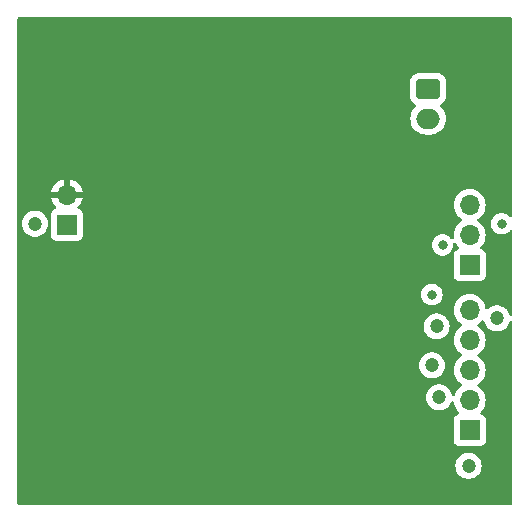
<source format=gbr>
%TF.GenerationSoftware,KiCad,Pcbnew,(7.0.0)*%
%TF.CreationDate,2023-05-12T13:31:25+02:00*%
%TF.ProjectId,funk-transmitter-final,66756e6b-2d74-4726-916e-736d69747465,rev?*%
%TF.SameCoordinates,Original*%
%TF.FileFunction,Copper,L3,Inr*%
%TF.FilePolarity,Positive*%
%FSLAX46Y46*%
G04 Gerber Fmt 4.6, Leading zero omitted, Abs format (unit mm)*
G04 Created by KiCad (PCBNEW (7.0.0)) date 2023-05-12 13:31:25*
%MOMM*%
%LPD*%
G01*
G04 APERTURE LIST*
G04 Aperture macros list*
%AMRoundRect*
0 Rectangle with rounded corners*
0 $1 Rounding radius*
0 $2 $3 $4 $5 $6 $7 $8 $9 X,Y pos of 4 corners*
0 Add a 4 corners polygon primitive as box body*
4,1,4,$2,$3,$4,$5,$6,$7,$8,$9,$2,$3,0*
0 Add four circle primitives for the rounded corners*
1,1,$1+$1,$2,$3*
1,1,$1+$1,$4,$5*
1,1,$1+$1,$6,$7*
1,1,$1+$1,$8,$9*
0 Add four rect primitives between the rounded corners*
20,1,$1+$1,$2,$3,$4,$5,0*
20,1,$1+$1,$4,$5,$6,$7,0*
20,1,$1+$1,$6,$7,$8,$9,0*
20,1,$1+$1,$8,$9,$2,$3,0*%
G04 Aperture macros list end*
%TA.AperFunction,ComponentPad*%
%ADD10RoundRect,0.250000X-0.750000X0.600000X-0.750000X-0.600000X0.750000X-0.600000X0.750000X0.600000X0*%
%TD*%
%TA.AperFunction,ComponentPad*%
%ADD11O,2.000000X1.700000*%
%TD*%
%TA.AperFunction,ComponentPad*%
%ADD12R,1.700000X1.700000*%
%TD*%
%TA.AperFunction,ComponentPad*%
%ADD13O,1.700000X1.700000*%
%TD*%
%TA.AperFunction,ViaPad*%
%ADD14C,1.200000*%
%TD*%
%TA.AperFunction,ViaPad*%
%ADD15C,0.800000*%
%TD*%
G04 APERTURE END LIST*
D10*
%TO.N,N/C*%
%TO.C,J2*%
X161475000Y-87000000D03*
D11*
X161474999Y-89499999D03*
%TD*%
D12*
%TO.N,/ESP_5V*%
%TO.C,J1*%
X130899999Y-98474999D03*
D13*
%TO.N,GND*%
X130899999Y-95934999D03*
%TD*%
D12*
%TO.N,/SDN*%
%TO.C,J4*%
X164999999Y-115879999D03*
D13*
%TO.N,/SCLK*%
X164999999Y-113339999D03*
%TO.N,/SDI*%
X164999999Y-110799999D03*
%TO.N,/SDO*%
X164999999Y-108259999D03*
%TO.N,/nSEL*%
X164999999Y-105719999D03*
%TD*%
D12*
%TO.N,/nIRQ*%
%TO.C,J5*%
X164999999Y-101899999D03*
D13*
%TO.N,/GPIO0*%
X164999999Y-99359999D03*
%TO.N,/GPIO1*%
X164999999Y-96819999D03*
%TD*%
D14*
%TO.N,GND*%
X133165000Y-95935000D03*
%TO.N,/ESP_5V*%
X128200000Y-98400000D03*
%TO.N,/SDN*%
X164900000Y-118900000D03*
%TO.N,/SCLK*%
X162400000Y-113100000D03*
%TO.N,/SDI*%
X161800000Y-110400000D03*
%TO.N,/SDO*%
X162200000Y-107100000D03*
%TO.N,/nSEL*%
X167300000Y-106400000D03*
D15*
%TO.N,/nIRQ*%
X161800000Y-104400000D03*
%TO.N,/GPIO0*%
X167700000Y-98400000D03*
%TO.N,/GPIO1*%
X162700000Y-100200000D03*
%TD*%
%TA.AperFunction,Conductor*%
%TO.N,GND*%
G36*
X168537500Y-80917113D02*
G01*
X168582887Y-80962500D01*
X168599500Y-81024500D01*
X168599500Y-97730189D01*
X168585389Y-97787638D01*
X168546269Y-97832011D01*
X168491041Y-97853211D01*
X168432277Y-97846412D01*
X168383350Y-97813161D01*
X168310220Y-97731942D01*
X168310219Y-97731941D01*
X168305871Y-97727112D01*
X168300613Y-97723292D01*
X168300611Y-97723290D01*
X168157988Y-97619669D01*
X168157987Y-97619668D01*
X168152730Y-97615849D01*
X168146792Y-97613205D01*
X167985745Y-97541501D01*
X167985740Y-97541499D01*
X167979803Y-97538856D01*
X167973444Y-97537504D01*
X167973440Y-97537503D01*
X167801008Y-97500852D01*
X167801005Y-97500851D01*
X167794646Y-97499500D01*
X167605354Y-97499500D01*
X167598995Y-97500851D01*
X167598991Y-97500852D01*
X167426559Y-97537503D01*
X167426552Y-97537505D01*
X167420197Y-97538856D01*
X167414262Y-97541498D01*
X167414254Y-97541501D01*
X167253207Y-97613205D01*
X167253202Y-97613207D01*
X167247270Y-97615849D01*
X167242016Y-97619665D01*
X167242011Y-97619669D01*
X167099388Y-97723290D01*
X167099381Y-97723295D01*
X167094129Y-97727112D01*
X167089784Y-97731937D01*
X167089779Y-97731942D01*
X166971813Y-97862956D01*
X166971808Y-97862962D01*
X166967467Y-97867784D01*
X166964222Y-97873404D01*
X166964218Y-97873410D01*
X166876069Y-98026089D01*
X166876066Y-98026094D01*
X166872821Y-98031716D01*
X166870815Y-98037888D01*
X166870813Y-98037894D01*
X166816333Y-98205564D01*
X166816331Y-98205573D01*
X166814326Y-98211744D01*
X166813648Y-98218194D01*
X166813646Y-98218204D01*
X166802387Y-98325336D01*
X166794540Y-98400000D01*
X166795219Y-98406460D01*
X166813646Y-98581795D01*
X166813647Y-98581803D01*
X166814326Y-98588256D01*
X166816331Y-98594428D01*
X166816333Y-98594435D01*
X166843398Y-98677731D01*
X166872821Y-98768284D01*
X166876068Y-98773908D01*
X166876069Y-98773910D01*
X166943917Y-98891427D01*
X166967467Y-98932216D01*
X166971811Y-98937041D01*
X166971813Y-98937043D01*
X167016247Y-98986392D01*
X167094129Y-99072888D01*
X167247270Y-99184151D01*
X167420197Y-99261144D01*
X167605354Y-99300500D01*
X167788143Y-99300500D01*
X167794646Y-99300500D01*
X167979803Y-99261144D01*
X168152730Y-99184151D01*
X168305871Y-99072888D01*
X168383350Y-98986838D01*
X168432277Y-98953588D01*
X168491041Y-98946789D01*
X168546269Y-98967989D01*
X168585389Y-99012362D01*
X168599500Y-99069811D01*
X168599500Y-106056971D01*
X168585636Y-106113945D01*
X168547144Y-106158179D01*
X168492632Y-106179782D01*
X168434288Y-106173922D01*
X168385160Y-106141911D01*
X168356234Y-106090906D01*
X168332152Y-106006268D01*
X168330582Y-106000750D01*
X168239673Y-105818179D01*
X168161458Y-105714605D01*
X168120221Y-105659998D01*
X168120217Y-105659994D01*
X168116764Y-105655421D01*
X168112527Y-105651558D01*
X168112523Y-105651554D01*
X167970275Y-105521879D01*
X167970276Y-105521879D01*
X167966041Y-105518019D01*
X167961171Y-105515004D01*
X167961169Y-105515002D01*
X167797511Y-105413670D01*
X167797512Y-105413670D01*
X167792637Y-105410652D01*
X167787294Y-105408582D01*
X167607803Y-105339047D01*
X167607798Y-105339045D01*
X167602456Y-105336976D01*
X167596818Y-105335922D01*
X167407605Y-105300552D01*
X167407602Y-105300551D01*
X167401976Y-105299500D01*
X167198024Y-105299500D01*
X167192398Y-105300551D01*
X167192394Y-105300552D01*
X167003181Y-105335922D01*
X167003178Y-105335922D01*
X166997544Y-105336976D01*
X166992203Y-105339044D01*
X166992196Y-105339047D01*
X166812705Y-105408582D01*
X166812700Y-105408584D01*
X166807363Y-105410652D01*
X166802491Y-105413668D01*
X166802488Y-105413670D01*
X166638830Y-105515002D01*
X166638822Y-105515007D01*
X166633959Y-105518019D01*
X166629731Y-105521872D01*
X166629730Y-105521874D01*
X166545071Y-105599051D01*
X166484161Y-105629331D01*
X166416442Y-105622924D01*
X166362292Y-105581758D01*
X166338005Y-105518220D01*
X166335063Y-105484592D01*
X166273903Y-105256337D01*
X166174035Y-105042171D01*
X166038495Y-104848599D01*
X165871401Y-104681505D01*
X165866970Y-104678402D01*
X165866966Y-104678399D01*
X165682259Y-104549066D01*
X165682257Y-104549064D01*
X165677830Y-104545965D01*
X165672933Y-104543681D01*
X165672927Y-104543678D01*
X165468572Y-104448386D01*
X165468570Y-104448385D01*
X165463663Y-104446097D01*
X165458438Y-104444697D01*
X165458430Y-104444694D01*
X165240634Y-104386337D01*
X165240630Y-104386336D01*
X165235408Y-104384937D01*
X165230020Y-104384465D01*
X165230017Y-104384465D01*
X165005395Y-104364813D01*
X165000000Y-104364341D01*
X164994605Y-104364813D01*
X164769982Y-104384465D01*
X164769977Y-104384465D01*
X164764592Y-104384937D01*
X164759371Y-104386335D01*
X164759365Y-104386337D01*
X164541569Y-104444694D01*
X164541557Y-104444698D01*
X164536337Y-104446097D01*
X164531432Y-104448383D01*
X164531427Y-104448386D01*
X164327081Y-104543675D01*
X164327077Y-104543677D01*
X164322171Y-104545965D01*
X164317738Y-104549068D01*
X164317731Y-104549073D01*
X164133034Y-104678399D01*
X164133029Y-104678402D01*
X164128599Y-104681505D01*
X164124775Y-104685328D01*
X164124769Y-104685334D01*
X163965334Y-104844769D01*
X163965328Y-104844775D01*
X163961505Y-104848599D01*
X163958402Y-104853029D01*
X163958399Y-104853034D01*
X163829073Y-105037731D01*
X163829068Y-105037738D01*
X163825965Y-105042171D01*
X163823677Y-105047077D01*
X163823675Y-105047081D01*
X163728386Y-105251427D01*
X163728383Y-105251432D01*
X163726097Y-105256337D01*
X163724698Y-105261557D01*
X163724694Y-105261569D01*
X163666337Y-105479365D01*
X163666335Y-105479371D01*
X163664937Y-105484592D01*
X163664465Y-105489977D01*
X163664465Y-105489982D01*
X163656436Y-105581758D01*
X163644341Y-105720000D01*
X163644813Y-105725395D01*
X163655756Y-105850479D01*
X163664937Y-105955408D01*
X163666336Y-105960630D01*
X163666337Y-105960634D01*
X163724694Y-106178430D01*
X163724697Y-106178438D01*
X163726097Y-106183663D01*
X163728385Y-106188570D01*
X163728386Y-106188572D01*
X163823678Y-106392927D01*
X163823681Y-106392933D01*
X163825965Y-106397830D01*
X163829064Y-106402257D01*
X163829066Y-106402259D01*
X163958399Y-106586966D01*
X163958402Y-106586970D01*
X163961505Y-106591401D01*
X164128599Y-106758495D01*
X164133032Y-106761599D01*
X164133038Y-106761604D01*
X164314158Y-106888425D01*
X164353024Y-106932743D01*
X164367035Y-106990000D01*
X164353024Y-107047257D01*
X164314159Y-107091575D01*
X164133041Y-107218395D01*
X164128599Y-107221505D01*
X164124775Y-107225328D01*
X164124769Y-107225334D01*
X163965334Y-107384769D01*
X163965328Y-107384775D01*
X163961505Y-107388599D01*
X163958402Y-107393029D01*
X163958399Y-107393034D01*
X163829073Y-107577731D01*
X163829068Y-107577738D01*
X163825965Y-107582171D01*
X163823677Y-107587077D01*
X163823675Y-107587081D01*
X163728386Y-107791427D01*
X163728383Y-107791432D01*
X163726097Y-107796337D01*
X163724698Y-107801557D01*
X163724694Y-107801569D01*
X163666337Y-108019365D01*
X163666335Y-108019371D01*
X163664937Y-108024592D01*
X163664465Y-108029977D01*
X163664465Y-108029982D01*
X163659271Y-108089348D01*
X163644341Y-108260000D01*
X163664937Y-108495408D01*
X163666336Y-108500630D01*
X163666337Y-108500634D01*
X163724694Y-108718430D01*
X163724697Y-108718438D01*
X163726097Y-108723663D01*
X163728385Y-108728570D01*
X163728386Y-108728572D01*
X163823678Y-108932927D01*
X163823681Y-108932933D01*
X163825965Y-108937830D01*
X163829064Y-108942257D01*
X163829066Y-108942259D01*
X163958399Y-109126966D01*
X163958402Y-109126970D01*
X163961505Y-109131401D01*
X164128599Y-109298495D01*
X164133032Y-109301599D01*
X164133038Y-109301604D01*
X164314158Y-109428425D01*
X164353024Y-109472743D01*
X164367035Y-109530000D01*
X164353024Y-109587257D01*
X164314159Y-109631575D01*
X164133041Y-109758395D01*
X164128599Y-109761505D01*
X164124775Y-109765328D01*
X164124769Y-109765334D01*
X163965334Y-109924769D01*
X163965328Y-109924775D01*
X163961505Y-109928599D01*
X163958402Y-109933029D01*
X163958399Y-109933034D01*
X163829073Y-110117731D01*
X163829068Y-110117738D01*
X163825965Y-110122171D01*
X163823677Y-110127077D01*
X163823675Y-110127081D01*
X163728386Y-110331427D01*
X163728383Y-110331432D01*
X163726097Y-110336337D01*
X163724698Y-110341557D01*
X163724694Y-110341569D01*
X163666337Y-110559365D01*
X163666335Y-110559371D01*
X163664937Y-110564592D01*
X163644341Y-110800000D01*
X163644813Y-110805395D01*
X163660648Y-110986392D01*
X163664937Y-111035408D01*
X163666336Y-111040630D01*
X163666337Y-111040634D01*
X163724694Y-111258430D01*
X163724697Y-111258438D01*
X163726097Y-111263663D01*
X163728385Y-111268570D01*
X163728386Y-111268572D01*
X163823678Y-111472927D01*
X163823681Y-111472933D01*
X163825965Y-111477830D01*
X163829064Y-111482257D01*
X163829066Y-111482259D01*
X163958399Y-111666966D01*
X163958402Y-111666970D01*
X163961505Y-111671401D01*
X164128599Y-111838495D01*
X164133032Y-111841599D01*
X164133038Y-111841604D01*
X164314158Y-111968425D01*
X164353024Y-112012743D01*
X164367035Y-112070000D01*
X164353024Y-112127257D01*
X164314159Y-112171575D01*
X164133041Y-112298395D01*
X164128599Y-112301505D01*
X164124775Y-112305328D01*
X164124769Y-112305334D01*
X163965334Y-112464769D01*
X163965328Y-112464775D01*
X163961505Y-112468599D01*
X163958402Y-112473029D01*
X163958399Y-112473034D01*
X163829073Y-112657731D01*
X163829068Y-112657738D01*
X163825965Y-112662171D01*
X163823677Y-112667077D01*
X163823675Y-112667081D01*
X163728386Y-112871427D01*
X163728383Y-112871432D01*
X163726097Y-112876337D01*
X163724695Y-112881566D01*
X163724693Y-112881574D01*
X163723189Y-112887187D01*
X163691363Y-112942502D01*
X163636243Y-112974663D01*
X163572428Y-112975153D01*
X163516821Y-112943841D01*
X163484150Y-112889021D01*
X163483628Y-112887187D01*
X163430582Y-112700750D01*
X163339673Y-112518179D01*
X163291176Y-112453959D01*
X163220221Y-112359998D01*
X163220217Y-112359994D01*
X163216764Y-112355421D01*
X163212527Y-112351558D01*
X163212523Y-112351554D01*
X163070275Y-112221879D01*
X163070276Y-112221879D01*
X163066041Y-112218019D01*
X163061171Y-112215004D01*
X163061169Y-112215002D01*
X162897511Y-112113670D01*
X162897512Y-112113670D01*
X162892637Y-112110652D01*
X162887294Y-112108582D01*
X162707803Y-112039047D01*
X162707798Y-112039045D01*
X162702456Y-112036976D01*
X162696818Y-112035922D01*
X162507605Y-112000552D01*
X162507602Y-112000551D01*
X162501976Y-111999500D01*
X162298024Y-111999500D01*
X162292398Y-112000551D01*
X162292394Y-112000552D01*
X162103181Y-112035922D01*
X162103178Y-112035922D01*
X162097544Y-112036976D01*
X162092203Y-112039044D01*
X162092196Y-112039047D01*
X161912705Y-112108582D01*
X161912700Y-112108584D01*
X161907363Y-112110652D01*
X161902491Y-112113668D01*
X161902488Y-112113670D01*
X161738830Y-112215002D01*
X161738822Y-112215007D01*
X161733959Y-112218019D01*
X161729728Y-112221875D01*
X161729724Y-112221879D01*
X161587476Y-112351554D01*
X161587466Y-112351564D01*
X161583236Y-112355421D01*
X161579787Y-112359987D01*
X161579778Y-112359998D01*
X161463779Y-112513607D01*
X161463776Y-112513611D01*
X161460327Y-112518179D01*
X161457774Y-112523304D01*
X161457772Y-112523309D01*
X161388628Y-112662171D01*
X161369418Y-112700750D01*
X161367850Y-112706258D01*
X161367847Y-112706268D01*
X161315173Y-112891395D01*
X161315170Y-112891406D01*
X161313603Y-112896917D01*
X161313073Y-112902627D01*
X161313073Y-112902632D01*
X161295314Y-113094291D01*
X161294785Y-113100000D01*
X161313603Y-113303083D01*
X161315171Y-113308594D01*
X161315173Y-113308604D01*
X161367847Y-113493731D01*
X161367849Y-113493737D01*
X161369418Y-113499250D01*
X161460327Y-113681821D01*
X161463779Y-113686392D01*
X161579778Y-113840001D01*
X161579783Y-113840006D01*
X161583236Y-113844579D01*
X161587472Y-113848440D01*
X161587476Y-113848445D01*
X161689227Y-113941203D01*
X161733959Y-113981981D01*
X161907363Y-114089348D01*
X162097544Y-114163024D01*
X162298024Y-114200500D01*
X162496247Y-114200500D01*
X162501976Y-114200500D01*
X162702456Y-114163024D01*
X162892637Y-114089348D01*
X163066041Y-113981981D01*
X163216764Y-113844579D01*
X163339673Y-113681821D01*
X163428076Y-113504281D01*
X163470052Y-113456540D01*
X163530171Y-113435873D01*
X163592631Y-113447714D01*
X163641014Y-113488951D01*
X163662604Y-113548744D01*
X163664937Y-113575408D01*
X163666336Y-113580630D01*
X163666337Y-113580634D01*
X163724694Y-113798430D01*
X163724697Y-113798438D01*
X163726097Y-113803663D01*
X163728385Y-113808570D01*
X163728386Y-113808572D01*
X163823678Y-114012927D01*
X163823681Y-114012933D01*
X163825965Y-114017830D01*
X163829064Y-114022257D01*
X163829066Y-114022259D01*
X163958399Y-114206966D01*
X163958402Y-114206970D01*
X163961505Y-114211401D01*
X163965336Y-114215232D01*
X164083430Y-114333326D01*
X164114726Y-114386072D01*
X164116915Y-114447365D01*
X164089462Y-114502210D01*
X164039083Y-114537189D01*
X163923702Y-114580223D01*
X163907669Y-114586204D01*
X163900572Y-114591516D01*
X163900568Y-114591519D01*
X163799550Y-114667141D01*
X163799546Y-114667144D01*
X163792454Y-114672454D01*
X163787144Y-114679546D01*
X163787141Y-114679550D01*
X163711519Y-114780568D01*
X163711516Y-114780572D01*
X163706204Y-114787669D01*
X163703104Y-114795978D01*
X163703104Y-114795980D01*
X163658620Y-114915247D01*
X163658619Y-114915250D01*
X163655909Y-114922517D01*
X163655079Y-114930227D01*
X163655079Y-114930232D01*
X163649855Y-114978819D01*
X163649854Y-114978831D01*
X163649500Y-114982127D01*
X163649500Y-114985448D01*
X163649500Y-114985449D01*
X163649500Y-116774560D01*
X163649500Y-116774578D01*
X163649501Y-116777872D01*
X163649853Y-116781150D01*
X163649854Y-116781161D01*
X163655079Y-116829768D01*
X163655080Y-116829773D01*
X163655909Y-116837483D01*
X163658619Y-116844749D01*
X163658620Y-116844753D01*
X163692217Y-116934831D01*
X163706204Y-116972331D01*
X163792454Y-117087546D01*
X163907669Y-117173796D01*
X164042517Y-117224091D01*
X164102127Y-117230500D01*
X165897872Y-117230499D01*
X165957483Y-117224091D01*
X166092331Y-117173796D01*
X166207546Y-117087546D01*
X166293796Y-116972331D01*
X166344091Y-116837483D01*
X166350500Y-116777873D01*
X166350499Y-114982128D01*
X166344091Y-114922517D01*
X166293796Y-114787669D01*
X166207546Y-114672454D01*
X166092331Y-114586204D01*
X166022359Y-114560106D01*
X165960916Y-114537189D01*
X165910537Y-114502210D01*
X165883084Y-114447365D01*
X165885273Y-114386072D01*
X165916566Y-114333329D01*
X166038495Y-114211401D01*
X166174035Y-114017830D01*
X166273903Y-113803663D01*
X166335063Y-113575408D01*
X166355659Y-113340000D01*
X166335063Y-113104592D01*
X166273903Y-112876337D01*
X166174035Y-112662171D01*
X166038495Y-112468599D01*
X165871401Y-112301505D01*
X165866968Y-112298401D01*
X165866961Y-112298395D01*
X165685842Y-112171575D01*
X165646976Y-112127257D01*
X165632965Y-112070000D01*
X165646976Y-112012743D01*
X165685842Y-111968425D01*
X165866961Y-111841604D01*
X165866961Y-111841603D01*
X165871401Y-111838495D01*
X166038495Y-111671401D01*
X166174035Y-111477830D01*
X166273903Y-111263663D01*
X166335063Y-111035408D01*
X166355659Y-110800000D01*
X166335063Y-110564592D01*
X166273903Y-110336337D01*
X166174035Y-110122171D01*
X166038495Y-109928599D01*
X165871401Y-109761505D01*
X165866968Y-109758401D01*
X165866961Y-109758395D01*
X165685842Y-109631575D01*
X165646976Y-109587257D01*
X165632965Y-109530000D01*
X165646976Y-109472743D01*
X165685842Y-109428425D01*
X165866961Y-109301604D01*
X165866961Y-109301603D01*
X165871401Y-109298495D01*
X166038495Y-109131401D01*
X166174035Y-108937830D01*
X166273903Y-108723663D01*
X166335063Y-108495408D01*
X166355659Y-108260000D01*
X166335063Y-108024592D01*
X166273903Y-107796337D01*
X166174035Y-107582171D01*
X166038495Y-107388599D01*
X165871401Y-107221505D01*
X165866968Y-107218401D01*
X165866961Y-107218395D01*
X165685842Y-107091575D01*
X165646976Y-107047257D01*
X165632965Y-106990000D01*
X165646976Y-106932743D01*
X165685842Y-106888425D01*
X165866961Y-106761604D01*
X165866961Y-106761603D01*
X165871401Y-106758495D01*
X166023028Y-106606867D01*
X166078151Y-106574901D01*
X166141876Y-106574532D01*
X166197368Y-106605862D01*
X166229972Y-106660616D01*
X166267847Y-106793731D01*
X166267849Y-106793737D01*
X166269418Y-106799250D01*
X166360327Y-106981821D01*
X166380522Y-107008564D01*
X166479778Y-107140001D01*
X166479783Y-107140006D01*
X166483236Y-107144579D01*
X166487472Y-107148440D01*
X166487476Y-107148445D01*
X166564208Y-107218395D01*
X166633959Y-107281981D01*
X166807363Y-107389348D01*
X166997544Y-107463024D01*
X167198024Y-107500500D01*
X167396247Y-107500500D01*
X167401976Y-107500500D01*
X167602456Y-107463024D01*
X167792637Y-107389348D01*
X167966041Y-107281981D01*
X168116764Y-107144579D01*
X168239673Y-106981821D01*
X168330582Y-106799250D01*
X168356233Y-106709094D01*
X168385160Y-106658089D01*
X168434288Y-106626078D01*
X168492632Y-106620218D01*
X168547144Y-106641821D01*
X168585636Y-106686055D01*
X168599500Y-106743029D01*
X168599500Y-122075500D01*
X168582887Y-122137500D01*
X168537500Y-122182887D01*
X168475500Y-122199500D01*
X126824500Y-122199500D01*
X126762500Y-122182887D01*
X126717113Y-122137500D01*
X126700500Y-122075500D01*
X126700500Y-118900000D01*
X163794785Y-118900000D01*
X163813603Y-119103083D01*
X163815171Y-119108594D01*
X163815173Y-119108604D01*
X163867847Y-119293731D01*
X163867849Y-119293737D01*
X163869418Y-119299250D01*
X163960327Y-119481821D01*
X163963779Y-119486392D01*
X164079778Y-119640001D01*
X164079783Y-119640006D01*
X164083236Y-119644579D01*
X164087472Y-119648440D01*
X164087476Y-119648445D01*
X164189227Y-119741203D01*
X164233959Y-119781981D01*
X164407363Y-119889348D01*
X164597544Y-119963024D01*
X164798024Y-120000500D01*
X164996247Y-120000500D01*
X165001976Y-120000500D01*
X165202456Y-119963024D01*
X165392637Y-119889348D01*
X165566041Y-119781981D01*
X165716764Y-119644579D01*
X165839673Y-119481821D01*
X165930582Y-119299250D01*
X165986397Y-119103083D01*
X166005215Y-118900000D01*
X165986397Y-118696917D01*
X165930582Y-118500750D01*
X165839673Y-118318179D01*
X165791176Y-118253959D01*
X165720221Y-118159998D01*
X165720217Y-118159994D01*
X165716764Y-118155421D01*
X165712527Y-118151558D01*
X165712523Y-118151554D01*
X165570275Y-118021879D01*
X165570276Y-118021879D01*
X165566041Y-118018019D01*
X165561171Y-118015004D01*
X165561169Y-118015002D01*
X165397511Y-117913670D01*
X165397512Y-117913670D01*
X165392637Y-117910652D01*
X165387294Y-117908582D01*
X165207803Y-117839047D01*
X165207798Y-117839045D01*
X165202456Y-117836976D01*
X165196818Y-117835922D01*
X165007605Y-117800552D01*
X165007602Y-117800551D01*
X165001976Y-117799500D01*
X164798024Y-117799500D01*
X164792398Y-117800551D01*
X164792394Y-117800552D01*
X164603181Y-117835922D01*
X164603178Y-117835922D01*
X164597544Y-117836976D01*
X164592203Y-117839044D01*
X164592196Y-117839047D01*
X164412705Y-117908582D01*
X164412700Y-117908584D01*
X164407363Y-117910652D01*
X164402491Y-117913668D01*
X164402488Y-117913670D01*
X164238830Y-118015002D01*
X164238822Y-118015007D01*
X164233959Y-118018019D01*
X164229728Y-118021875D01*
X164229724Y-118021879D01*
X164087476Y-118151554D01*
X164087466Y-118151564D01*
X164083236Y-118155421D01*
X164079787Y-118159987D01*
X164079778Y-118159998D01*
X163963779Y-118313607D01*
X163963776Y-118313611D01*
X163960327Y-118318179D01*
X163957774Y-118323304D01*
X163957772Y-118323309D01*
X163871976Y-118495612D01*
X163869418Y-118500750D01*
X163867850Y-118506258D01*
X163867847Y-118506268D01*
X163815173Y-118691395D01*
X163815170Y-118691406D01*
X163813603Y-118696917D01*
X163794785Y-118900000D01*
X126700500Y-118900000D01*
X126700500Y-110400000D01*
X160694785Y-110400000D01*
X160713603Y-110603083D01*
X160715171Y-110608594D01*
X160715173Y-110608604D01*
X160767847Y-110793731D01*
X160767849Y-110793737D01*
X160769418Y-110799250D01*
X160860327Y-110981821D01*
X160863779Y-110986392D01*
X160979778Y-111140001D01*
X160979783Y-111140006D01*
X160983236Y-111144579D01*
X160987472Y-111148440D01*
X160987476Y-111148445D01*
X161089227Y-111241203D01*
X161133959Y-111281981D01*
X161307363Y-111389348D01*
X161497544Y-111463024D01*
X161698024Y-111500500D01*
X161896247Y-111500500D01*
X161901976Y-111500500D01*
X162102456Y-111463024D01*
X162292637Y-111389348D01*
X162466041Y-111281981D01*
X162616764Y-111144579D01*
X162739673Y-110981821D01*
X162830582Y-110799250D01*
X162886397Y-110603083D01*
X162905215Y-110400000D01*
X162886397Y-110196917D01*
X162830582Y-110000750D01*
X162739673Y-109818179D01*
X162691176Y-109753959D01*
X162620221Y-109659998D01*
X162620217Y-109659994D01*
X162616764Y-109655421D01*
X162612527Y-109651558D01*
X162612523Y-109651554D01*
X162498520Y-109547627D01*
X162466041Y-109518019D01*
X162461171Y-109515004D01*
X162461169Y-109515002D01*
X162297511Y-109413670D01*
X162297512Y-109413670D01*
X162292637Y-109410652D01*
X162287294Y-109408582D01*
X162107803Y-109339047D01*
X162107798Y-109339045D01*
X162102456Y-109336976D01*
X162096818Y-109335922D01*
X161907605Y-109300552D01*
X161907602Y-109300551D01*
X161901976Y-109299500D01*
X161698024Y-109299500D01*
X161692398Y-109300551D01*
X161692394Y-109300552D01*
X161503181Y-109335922D01*
X161503178Y-109335922D01*
X161497544Y-109336976D01*
X161492203Y-109339044D01*
X161492196Y-109339047D01*
X161312705Y-109408582D01*
X161312700Y-109408584D01*
X161307363Y-109410652D01*
X161302491Y-109413668D01*
X161302488Y-109413670D01*
X161138830Y-109515002D01*
X161138822Y-109515007D01*
X161133959Y-109518019D01*
X161129728Y-109521875D01*
X161129724Y-109521879D01*
X160987476Y-109651554D01*
X160987466Y-109651564D01*
X160983236Y-109655421D01*
X160979787Y-109659987D01*
X160979778Y-109659998D01*
X160863779Y-109813607D01*
X160863776Y-109813611D01*
X160860327Y-109818179D01*
X160857774Y-109823304D01*
X160857772Y-109823309D01*
X160803136Y-109933034D01*
X160769418Y-110000750D01*
X160767850Y-110006258D01*
X160767847Y-110006268D01*
X160715173Y-110191395D01*
X160715170Y-110191406D01*
X160713603Y-110196917D01*
X160694785Y-110400000D01*
X126700500Y-110400000D01*
X126700500Y-107100000D01*
X161094785Y-107100000D01*
X161095314Y-107105709D01*
X161111647Y-107281981D01*
X161113603Y-107303083D01*
X161115171Y-107308594D01*
X161115173Y-107308604D01*
X161167847Y-107493731D01*
X161167849Y-107493737D01*
X161169418Y-107499250D01*
X161260327Y-107681821D01*
X161263779Y-107686392D01*
X161379778Y-107840001D01*
X161379783Y-107840006D01*
X161383236Y-107844579D01*
X161387472Y-107848440D01*
X161387476Y-107848445D01*
X161489227Y-107941203D01*
X161533959Y-107981981D01*
X161707363Y-108089348D01*
X161897544Y-108163024D01*
X162098024Y-108200500D01*
X162296247Y-108200500D01*
X162301976Y-108200500D01*
X162502456Y-108163024D01*
X162692637Y-108089348D01*
X162866041Y-107981981D01*
X163016764Y-107844579D01*
X163139673Y-107681821D01*
X163230582Y-107499250D01*
X163286397Y-107303083D01*
X163305215Y-107100000D01*
X163286397Y-106896917D01*
X163230582Y-106700750D01*
X163139673Y-106518179D01*
X163091176Y-106453959D01*
X163020221Y-106359998D01*
X163020217Y-106359994D01*
X163016764Y-106355421D01*
X163012527Y-106351558D01*
X163012523Y-106351554D01*
X162870275Y-106221879D01*
X162870276Y-106221879D01*
X162866041Y-106218019D01*
X162861171Y-106215004D01*
X162861169Y-106215002D01*
X162697511Y-106113670D01*
X162697512Y-106113670D01*
X162692637Y-106110652D01*
X162687294Y-106108582D01*
X162507803Y-106039047D01*
X162507798Y-106039045D01*
X162502456Y-106036976D01*
X162496818Y-106035922D01*
X162307605Y-106000552D01*
X162307602Y-106000551D01*
X162301976Y-105999500D01*
X162098024Y-105999500D01*
X162092398Y-106000551D01*
X162092394Y-106000552D01*
X161903181Y-106035922D01*
X161903178Y-106035922D01*
X161897544Y-106036976D01*
X161892203Y-106039044D01*
X161892196Y-106039047D01*
X161712705Y-106108582D01*
X161712700Y-106108584D01*
X161707363Y-106110652D01*
X161702491Y-106113668D01*
X161702488Y-106113670D01*
X161538830Y-106215002D01*
X161538822Y-106215007D01*
X161533959Y-106218019D01*
X161529728Y-106221875D01*
X161529724Y-106221879D01*
X161387476Y-106351554D01*
X161387466Y-106351564D01*
X161383236Y-106355421D01*
X161379787Y-106359987D01*
X161379778Y-106359998D01*
X161263779Y-106513607D01*
X161263776Y-106513611D01*
X161260327Y-106518179D01*
X161257774Y-106523304D01*
X161257772Y-106523309D01*
X161189402Y-106660616D01*
X161169418Y-106700750D01*
X161167850Y-106706258D01*
X161167847Y-106706268D01*
X161115173Y-106891395D01*
X161115170Y-106891406D01*
X161113603Y-106896917D01*
X161113073Y-106902627D01*
X161113073Y-106902632D01*
X161095566Y-107091575D01*
X161094785Y-107100000D01*
X126700500Y-107100000D01*
X126700500Y-104400000D01*
X160894540Y-104400000D01*
X160895219Y-104406460D01*
X160913646Y-104581795D01*
X160913647Y-104581803D01*
X160914326Y-104588256D01*
X160916331Y-104594428D01*
X160916333Y-104594435D01*
X160945869Y-104685336D01*
X160972821Y-104768284D01*
X160976068Y-104773908D01*
X160976069Y-104773910D01*
X161016979Y-104844769D01*
X161067467Y-104932216D01*
X161194129Y-105072888D01*
X161347270Y-105184151D01*
X161520197Y-105261144D01*
X161705354Y-105300500D01*
X161888143Y-105300500D01*
X161894646Y-105300500D01*
X162079803Y-105261144D01*
X162252730Y-105184151D01*
X162405871Y-105072888D01*
X162532533Y-104932216D01*
X162627179Y-104768284D01*
X162685674Y-104588256D01*
X162705460Y-104400000D01*
X162685674Y-104211744D01*
X162627179Y-104031716D01*
X162532533Y-103867784D01*
X162405871Y-103727112D01*
X162400613Y-103723292D01*
X162400611Y-103723290D01*
X162257988Y-103619669D01*
X162257987Y-103619668D01*
X162252730Y-103615849D01*
X162246792Y-103613205D01*
X162085745Y-103541501D01*
X162085740Y-103541499D01*
X162079803Y-103538856D01*
X162073444Y-103537504D01*
X162073440Y-103537503D01*
X161901008Y-103500852D01*
X161901005Y-103500851D01*
X161894646Y-103499500D01*
X161705354Y-103499500D01*
X161698995Y-103500851D01*
X161698991Y-103500852D01*
X161526559Y-103537503D01*
X161526552Y-103537505D01*
X161520197Y-103538856D01*
X161514262Y-103541498D01*
X161514254Y-103541501D01*
X161353207Y-103613205D01*
X161353202Y-103613207D01*
X161347270Y-103615849D01*
X161342016Y-103619665D01*
X161342011Y-103619669D01*
X161199388Y-103723290D01*
X161199381Y-103723295D01*
X161194129Y-103727112D01*
X161189784Y-103731937D01*
X161189779Y-103731942D01*
X161071813Y-103862956D01*
X161071808Y-103862962D01*
X161067467Y-103867784D01*
X161064222Y-103873404D01*
X161064218Y-103873410D01*
X160976069Y-104026089D01*
X160976066Y-104026094D01*
X160972821Y-104031716D01*
X160970815Y-104037888D01*
X160970813Y-104037894D01*
X160916333Y-104205564D01*
X160916331Y-104205573D01*
X160914326Y-104211744D01*
X160913648Y-104218194D01*
X160913646Y-104218204D01*
X160898288Y-104364341D01*
X160894540Y-104400000D01*
X126700500Y-104400000D01*
X126700500Y-100200000D01*
X161794540Y-100200000D01*
X161795219Y-100206460D01*
X161813646Y-100381795D01*
X161813647Y-100381803D01*
X161814326Y-100388256D01*
X161816331Y-100394428D01*
X161816333Y-100394435D01*
X161866718Y-100549501D01*
X161872821Y-100568284D01*
X161967467Y-100732216D01*
X161971811Y-100737041D01*
X161971813Y-100737043D01*
X162089779Y-100868057D01*
X162094129Y-100872888D01*
X162247270Y-100984151D01*
X162420197Y-101061144D01*
X162605354Y-101100500D01*
X162788143Y-101100500D01*
X162794646Y-101100500D01*
X162979803Y-101061144D01*
X163152730Y-100984151D01*
X163305871Y-100872888D01*
X163432533Y-100732216D01*
X163527179Y-100568284D01*
X163585674Y-100388256D01*
X163605460Y-100200000D01*
X163596403Y-100113831D01*
X163607525Y-100048078D01*
X163651101Y-99997592D01*
X163714528Y-99976982D01*
X163779458Y-99992209D01*
X163825895Y-100037680D01*
X163825965Y-100037830D01*
X163829066Y-100042259D01*
X163829067Y-100042260D01*
X163958399Y-100226966D01*
X163958402Y-100226970D01*
X163961505Y-100231401D01*
X163965335Y-100235231D01*
X163965336Y-100235232D01*
X164083430Y-100353326D01*
X164114726Y-100406072D01*
X164116915Y-100467365D01*
X164089462Y-100522210D01*
X164039083Y-100557189D01*
X163923702Y-100600223D01*
X163907669Y-100606204D01*
X163900572Y-100611516D01*
X163900568Y-100611519D01*
X163799550Y-100687141D01*
X163799546Y-100687144D01*
X163792454Y-100692454D01*
X163787144Y-100699546D01*
X163787141Y-100699550D01*
X163711519Y-100800568D01*
X163711516Y-100800572D01*
X163706204Y-100807669D01*
X163703104Y-100815978D01*
X163703104Y-100815980D01*
X163658620Y-100935247D01*
X163658619Y-100935250D01*
X163655909Y-100942517D01*
X163655079Y-100950227D01*
X163655079Y-100950232D01*
X163649855Y-100998819D01*
X163649854Y-100998831D01*
X163649500Y-101002127D01*
X163649500Y-101005448D01*
X163649500Y-101005449D01*
X163649500Y-102794560D01*
X163649500Y-102794578D01*
X163649501Y-102797872D01*
X163649853Y-102801150D01*
X163649854Y-102801161D01*
X163655079Y-102849768D01*
X163655080Y-102849773D01*
X163655909Y-102857483D01*
X163658619Y-102864749D01*
X163658620Y-102864753D01*
X163692217Y-102954831D01*
X163706204Y-102992331D01*
X163792454Y-103107546D01*
X163907669Y-103193796D01*
X164042517Y-103244091D01*
X164102127Y-103250500D01*
X165897872Y-103250499D01*
X165957483Y-103244091D01*
X166092331Y-103193796D01*
X166207546Y-103107546D01*
X166293796Y-102992331D01*
X166344091Y-102857483D01*
X166350500Y-102797873D01*
X166350499Y-101002128D01*
X166344091Y-100942517D01*
X166293796Y-100807669D01*
X166207546Y-100692454D01*
X166092331Y-100606204D01*
X166022359Y-100580106D01*
X165960916Y-100557189D01*
X165910537Y-100522210D01*
X165883084Y-100467365D01*
X165885273Y-100406072D01*
X165916566Y-100353329D01*
X166038495Y-100231401D01*
X166174035Y-100037830D01*
X166273903Y-99823663D01*
X166335063Y-99595408D01*
X166355659Y-99360000D01*
X166335063Y-99124592D01*
X166273903Y-98896337D01*
X166174035Y-98682171D01*
X166038495Y-98488599D01*
X165871401Y-98321505D01*
X165866968Y-98318401D01*
X165866961Y-98318395D01*
X165685842Y-98191575D01*
X165646976Y-98147257D01*
X165632965Y-98090000D01*
X165646976Y-98032743D01*
X165685842Y-97988425D01*
X165866961Y-97861604D01*
X165866961Y-97861603D01*
X165871401Y-97858495D01*
X166038495Y-97691401D01*
X166174035Y-97497830D01*
X166273903Y-97283663D01*
X166335063Y-97055408D01*
X166355659Y-96820000D01*
X166335063Y-96584592D01*
X166273903Y-96356337D01*
X166174035Y-96142171D01*
X166038495Y-95948599D01*
X165871401Y-95781505D01*
X165866970Y-95778402D01*
X165866966Y-95778399D01*
X165682259Y-95649066D01*
X165682257Y-95649064D01*
X165677830Y-95645965D01*
X165672933Y-95643681D01*
X165672927Y-95643678D01*
X165468572Y-95548386D01*
X165468570Y-95548385D01*
X165463663Y-95546097D01*
X165458438Y-95544697D01*
X165458430Y-95544694D01*
X165240634Y-95486337D01*
X165240630Y-95486336D01*
X165235408Y-95484937D01*
X165230020Y-95484465D01*
X165230017Y-95484465D01*
X165005395Y-95464813D01*
X165000000Y-95464341D01*
X164994605Y-95464813D01*
X164769982Y-95484465D01*
X164769977Y-95484465D01*
X164764592Y-95484937D01*
X164759371Y-95486335D01*
X164759365Y-95486337D01*
X164541569Y-95544694D01*
X164541557Y-95544698D01*
X164536337Y-95546097D01*
X164531432Y-95548383D01*
X164531427Y-95548386D01*
X164327081Y-95643675D01*
X164327077Y-95643677D01*
X164322171Y-95645965D01*
X164317738Y-95649068D01*
X164317731Y-95649073D01*
X164133034Y-95778399D01*
X164133029Y-95778402D01*
X164128599Y-95781505D01*
X164124775Y-95785328D01*
X164124769Y-95785334D01*
X163965334Y-95944769D01*
X163965328Y-95944775D01*
X163961505Y-95948599D01*
X163958402Y-95953029D01*
X163958399Y-95953034D01*
X163829073Y-96137731D01*
X163829068Y-96137738D01*
X163825965Y-96142171D01*
X163823677Y-96147077D01*
X163823675Y-96147081D01*
X163728386Y-96351427D01*
X163728383Y-96351432D01*
X163726097Y-96356337D01*
X163724698Y-96361557D01*
X163724694Y-96361569D01*
X163666337Y-96579365D01*
X163666335Y-96579371D01*
X163664937Y-96584592D01*
X163644341Y-96820000D01*
X163644813Y-96825395D01*
X163653801Y-96928133D01*
X163664937Y-97055408D01*
X163666336Y-97060630D01*
X163666337Y-97060634D01*
X163724694Y-97278430D01*
X163724697Y-97278438D01*
X163726097Y-97283663D01*
X163728385Y-97288570D01*
X163728386Y-97288572D01*
X163823678Y-97492927D01*
X163823681Y-97492933D01*
X163825965Y-97497830D01*
X163829064Y-97502257D01*
X163829066Y-97502259D01*
X163958399Y-97686966D01*
X163958402Y-97686970D01*
X163961505Y-97691401D01*
X164128599Y-97858495D01*
X164133032Y-97861599D01*
X164133038Y-97861604D01*
X164314158Y-97988425D01*
X164353024Y-98032743D01*
X164367035Y-98090000D01*
X164353024Y-98147257D01*
X164314159Y-98191575D01*
X164133041Y-98318395D01*
X164128599Y-98321505D01*
X164124775Y-98325328D01*
X164124769Y-98325334D01*
X163965334Y-98484769D01*
X163965328Y-98484775D01*
X163961505Y-98488599D01*
X163958402Y-98493029D01*
X163958399Y-98493034D01*
X163829073Y-98677731D01*
X163829068Y-98677738D01*
X163825965Y-98682171D01*
X163823677Y-98687077D01*
X163823675Y-98687081D01*
X163728386Y-98891427D01*
X163728383Y-98891432D01*
X163726097Y-98896337D01*
X163724698Y-98901557D01*
X163724694Y-98901569D01*
X163666337Y-99119365D01*
X163666335Y-99119371D01*
X163664937Y-99124592D01*
X163664465Y-99129977D01*
X163664465Y-99129982D01*
X163663188Y-99144579D01*
X163644341Y-99360000D01*
X163644813Y-99365395D01*
X163664937Y-99595408D01*
X163663252Y-99595555D01*
X163656924Y-99655759D01*
X163614839Y-99709626D01*
X163550603Y-99733005D01*
X163483739Y-99718792D01*
X163441079Y-99677595D01*
X163439602Y-99678669D01*
X163435781Y-99673409D01*
X163432533Y-99667784D01*
X163342084Y-99567331D01*
X163310220Y-99531942D01*
X163310219Y-99531941D01*
X163305871Y-99527112D01*
X163300613Y-99523292D01*
X163300611Y-99523290D01*
X163157988Y-99419669D01*
X163157987Y-99419668D01*
X163152730Y-99415849D01*
X163146792Y-99413205D01*
X162985745Y-99341501D01*
X162985740Y-99341499D01*
X162979803Y-99338856D01*
X162973444Y-99337504D01*
X162973440Y-99337503D01*
X162801008Y-99300852D01*
X162801005Y-99300851D01*
X162794646Y-99299500D01*
X162605354Y-99299500D01*
X162598995Y-99300851D01*
X162598991Y-99300852D01*
X162426559Y-99337503D01*
X162426552Y-99337505D01*
X162420197Y-99338856D01*
X162414262Y-99341498D01*
X162414254Y-99341501D01*
X162253207Y-99413205D01*
X162253202Y-99413207D01*
X162247270Y-99415849D01*
X162242016Y-99419665D01*
X162242011Y-99419669D01*
X162099388Y-99523290D01*
X162099381Y-99523295D01*
X162094129Y-99527112D01*
X162089784Y-99531937D01*
X162089779Y-99531942D01*
X161971813Y-99662956D01*
X161971808Y-99662962D01*
X161967467Y-99667784D01*
X161964222Y-99673404D01*
X161964218Y-99673410D01*
X161876069Y-99826089D01*
X161876066Y-99826094D01*
X161872821Y-99831716D01*
X161870815Y-99837888D01*
X161870813Y-99837894D01*
X161816333Y-100005564D01*
X161816331Y-100005573D01*
X161814326Y-100011744D01*
X161813648Y-100018194D01*
X161813646Y-100018204D01*
X161803596Y-100113835D01*
X161794540Y-100200000D01*
X126700500Y-100200000D01*
X126700500Y-98400000D01*
X127094785Y-98400000D01*
X127095314Y-98405709D01*
X127112801Y-98594435D01*
X127113603Y-98603083D01*
X127115171Y-98608594D01*
X127115173Y-98608604D01*
X127167847Y-98793731D01*
X127167849Y-98793737D01*
X127169418Y-98799250D01*
X127171976Y-98804387D01*
X127253439Y-98967989D01*
X127260327Y-98981821D01*
X127280522Y-99008564D01*
X127379778Y-99140001D01*
X127379783Y-99140006D01*
X127383236Y-99144579D01*
X127387472Y-99148440D01*
X127387476Y-99148445D01*
X127489227Y-99241203D01*
X127533959Y-99281981D01*
X127707363Y-99389348D01*
X127897544Y-99463024D01*
X128098024Y-99500500D01*
X128296247Y-99500500D01*
X128301976Y-99500500D01*
X128502456Y-99463024D01*
X128692637Y-99389348D01*
X128866041Y-99281981D01*
X129016764Y-99144579D01*
X129139673Y-98981821D01*
X129230582Y-98799250D01*
X129286397Y-98603083D01*
X129302029Y-98434374D01*
X129314441Y-98399999D01*
X129537600Y-98399999D01*
X129549500Y-98445818D01*
X129549500Y-99369560D01*
X129549500Y-99369578D01*
X129549501Y-99372872D01*
X129549853Y-99376150D01*
X129549854Y-99376161D01*
X129555079Y-99424768D01*
X129555080Y-99424773D01*
X129555909Y-99432483D01*
X129558619Y-99439749D01*
X129558620Y-99439753D01*
X129580885Y-99499447D01*
X129606204Y-99567331D01*
X129692454Y-99682546D01*
X129807669Y-99768796D01*
X129942517Y-99819091D01*
X130002127Y-99825500D01*
X131797872Y-99825499D01*
X131857483Y-99819091D01*
X131992331Y-99768796D01*
X132107546Y-99682546D01*
X132193796Y-99567331D01*
X132244091Y-99432483D01*
X132250500Y-99372873D01*
X132250499Y-97577128D01*
X132244091Y-97517517D01*
X132193796Y-97382669D01*
X132107546Y-97267454D01*
X131992331Y-97181204D01*
X131942638Y-97162669D01*
X131860401Y-97131997D01*
X131810021Y-97097018D01*
X131782568Y-97042173D01*
X131784757Y-96980880D01*
X131816053Y-96928133D01*
X131934284Y-96809902D01*
X131941215Y-96801643D01*
X132070498Y-96617008D01*
X132075886Y-96607676D01*
X132171143Y-96403397D01*
X132174831Y-96393263D01*
X132226943Y-96198780D01*
X132227311Y-96187551D01*
X132216369Y-96185000D01*
X129583631Y-96185000D01*
X129572688Y-96187551D01*
X129573056Y-96198780D01*
X129625168Y-96393263D01*
X129628856Y-96403397D01*
X129724113Y-96607676D01*
X129729501Y-96617008D01*
X129858784Y-96801643D01*
X129865721Y-96809909D01*
X129983946Y-96928134D01*
X130015242Y-96980880D01*
X130017431Y-97042173D01*
X129989978Y-97097018D01*
X129939599Y-97131997D01*
X129832656Y-97171884D01*
X129807669Y-97181204D01*
X129800572Y-97186516D01*
X129800568Y-97186519D01*
X129699550Y-97262141D01*
X129699546Y-97262144D01*
X129692454Y-97267454D01*
X129687144Y-97274546D01*
X129687141Y-97274550D01*
X129611519Y-97375568D01*
X129611516Y-97375572D01*
X129606204Y-97382669D01*
X129603104Y-97390978D01*
X129603104Y-97390980D01*
X129558620Y-97510247D01*
X129558619Y-97510250D01*
X129555909Y-97517517D01*
X129555079Y-97525227D01*
X129555079Y-97525232D01*
X129549855Y-97573819D01*
X129549854Y-97573831D01*
X129549500Y-97577127D01*
X129549500Y-97580448D01*
X129549500Y-97580449D01*
X129549500Y-98354180D01*
X129537600Y-98399999D01*
X129314441Y-98399999D01*
X129302029Y-98365621D01*
X129299960Y-98343293D01*
X129286397Y-98196917D01*
X129230582Y-98000750D01*
X129139673Y-97818179D01*
X129073226Y-97730189D01*
X129020221Y-97659998D01*
X129020217Y-97659994D01*
X129016764Y-97655421D01*
X129012527Y-97651558D01*
X129012523Y-97651554D01*
X128870275Y-97521879D01*
X128870276Y-97521879D01*
X128866041Y-97518019D01*
X128861171Y-97515004D01*
X128861169Y-97515002D01*
X128697511Y-97413670D01*
X128697512Y-97413670D01*
X128692637Y-97410652D01*
X128687294Y-97408582D01*
X128507803Y-97339047D01*
X128507798Y-97339045D01*
X128502456Y-97336976D01*
X128496818Y-97335922D01*
X128307605Y-97300552D01*
X128307602Y-97300551D01*
X128301976Y-97299500D01*
X128098024Y-97299500D01*
X128092398Y-97300551D01*
X128092394Y-97300552D01*
X127903181Y-97335922D01*
X127903178Y-97335922D01*
X127897544Y-97336976D01*
X127892203Y-97339044D01*
X127892196Y-97339047D01*
X127712705Y-97408582D01*
X127712700Y-97408584D01*
X127707363Y-97410652D01*
X127702491Y-97413668D01*
X127702488Y-97413670D01*
X127538830Y-97515002D01*
X127538822Y-97515007D01*
X127533959Y-97518019D01*
X127529728Y-97521875D01*
X127529724Y-97521879D01*
X127387476Y-97651554D01*
X127387466Y-97651564D01*
X127383236Y-97655421D01*
X127379787Y-97659987D01*
X127379778Y-97659998D01*
X127263779Y-97813607D01*
X127263776Y-97813611D01*
X127260327Y-97818179D01*
X127257774Y-97823304D01*
X127257772Y-97823309D01*
X127171976Y-97995612D01*
X127169418Y-98000750D01*
X127167850Y-98006258D01*
X127167847Y-98006268D01*
X127115173Y-98191395D01*
X127115170Y-98191406D01*
X127113603Y-98196917D01*
X127113073Y-98202627D01*
X127113073Y-98202632D01*
X127099158Y-98352808D01*
X127094785Y-98400000D01*
X126700500Y-98400000D01*
X126700500Y-95682448D01*
X129572688Y-95682448D01*
X129583631Y-95685000D01*
X130633674Y-95685000D01*
X130646549Y-95681549D01*
X130650000Y-95668674D01*
X131150000Y-95668674D01*
X131153450Y-95681549D01*
X131166326Y-95685000D01*
X132216369Y-95685000D01*
X132227311Y-95682448D01*
X132226943Y-95671219D01*
X132174831Y-95476736D01*
X132171143Y-95466602D01*
X132075889Y-95262332D01*
X132070491Y-95252982D01*
X131941215Y-95068357D01*
X131934280Y-95060092D01*
X131774909Y-94900721D01*
X131766643Y-94893784D01*
X131582008Y-94764501D01*
X131572676Y-94759113D01*
X131368397Y-94663856D01*
X131358263Y-94660168D01*
X131163780Y-94608056D01*
X131152551Y-94607688D01*
X131150000Y-94618631D01*
X131150000Y-95668674D01*
X130650000Y-95668674D01*
X130650000Y-94618631D01*
X130647448Y-94607688D01*
X130636219Y-94608056D01*
X130441736Y-94660168D01*
X130431602Y-94663856D01*
X130227332Y-94759110D01*
X130217982Y-94764508D01*
X130033357Y-94893784D01*
X130025092Y-94900719D01*
X129865719Y-95060092D01*
X129858784Y-95068357D01*
X129729508Y-95252982D01*
X129724110Y-95262332D01*
X129628856Y-95466602D01*
X129625168Y-95476736D01*
X129573056Y-95671219D01*
X129572688Y-95682448D01*
X126700500Y-95682448D01*
X126700500Y-89500000D01*
X159969341Y-89500000D01*
X159989937Y-89735408D01*
X159991336Y-89740630D01*
X159991337Y-89740634D01*
X160049694Y-89958430D01*
X160049697Y-89958438D01*
X160051097Y-89963663D01*
X160150965Y-90177829D01*
X160286505Y-90371401D01*
X160453599Y-90538495D01*
X160647171Y-90674035D01*
X160861337Y-90773903D01*
X161089592Y-90835063D01*
X161266034Y-90850500D01*
X161681258Y-90850500D01*
X161683966Y-90850500D01*
X161860408Y-90835063D01*
X162088663Y-90773903D01*
X162302829Y-90674035D01*
X162496401Y-90538495D01*
X162663495Y-90371401D01*
X162799035Y-90177830D01*
X162898903Y-89963663D01*
X162960063Y-89735408D01*
X162980659Y-89500000D01*
X162960063Y-89264592D01*
X162898903Y-89036337D01*
X162799035Y-88822171D01*
X162663495Y-88628599D01*
X162515734Y-88480838D01*
X162485153Y-88430441D01*
X162481300Y-88371618D01*
X162505046Y-88317662D01*
X162544879Y-88285698D01*
X162544334Y-88284814D01*
X162687511Y-88196502D01*
X162693656Y-88192712D01*
X162817712Y-88068656D01*
X162909814Y-87919334D01*
X162964999Y-87752797D01*
X162975500Y-87650009D01*
X162975499Y-86349992D01*
X162964999Y-86247203D01*
X162909814Y-86080666D01*
X162817712Y-85931344D01*
X162693656Y-85807288D01*
X162687515Y-85803500D01*
X162687511Y-85803497D01*
X162550480Y-85718977D01*
X162544334Y-85715186D01*
X162377797Y-85660001D01*
X162371064Y-85659313D01*
X162371059Y-85659312D01*
X162278140Y-85649819D01*
X162278123Y-85649818D01*
X162275009Y-85649500D01*
X162271860Y-85649500D01*
X160678140Y-85649500D01*
X160678120Y-85649500D01*
X160674992Y-85649501D01*
X160671860Y-85649820D01*
X160671858Y-85649821D01*
X160578938Y-85659312D01*
X160578928Y-85659313D01*
X160572203Y-85660001D01*
X160565781Y-85662128D01*
X160565776Y-85662130D01*
X160412521Y-85712914D01*
X160412517Y-85712915D01*
X160405666Y-85715186D01*
X160399522Y-85718975D01*
X160399519Y-85718977D01*
X160262488Y-85803497D01*
X160262480Y-85803503D01*
X160256344Y-85807288D01*
X160251242Y-85812389D01*
X160251238Y-85812393D01*
X160137393Y-85926238D01*
X160137389Y-85926242D01*
X160132288Y-85931344D01*
X160128503Y-85937480D01*
X160128497Y-85937488D01*
X160043977Y-86074519D01*
X160040186Y-86080666D01*
X159985001Y-86247203D01*
X159984313Y-86253933D01*
X159984312Y-86253940D01*
X159974819Y-86346859D01*
X159974818Y-86346877D01*
X159974500Y-86349991D01*
X159974500Y-86353138D01*
X159974500Y-86353139D01*
X159974500Y-87646859D01*
X159974500Y-87646878D01*
X159974501Y-87650008D01*
X159974820Y-87653140D01*
X159974821Y-87653141D01*
X159984312Y-87746061D01*
X159984313Y-87746069D01*
X159985001Y-87752797D01*
X160040186Y-87919334D01*
X160043977Y-87925480D01*
X160128497Y-88062511D01*
X160128500Y-88062515D01*
X160132288Y-88068656D01*
X160256344Y-88192712D01*
X160262485Y-88196500D01*
X160262488Y-88196502D01*
X160405666Y-88284814D01*
X160405120Y-88285697D01*
X160444957Y-88317667D01*
X160468700Y-88371621D01*
X160464845Y-88430443D01*
X160434266Y-88480837D01*
X160286505Y-88628599D01*
X160283406Y-88633023D01*
X160283399Y-88633033D01*
X160154066Y-88817740D01*
X160154061Y-88817747D01*
X160150965Y-88822170D01*
X160148683Y-88827061D01*
X160148678Y-88827072D01*
X160053386Y-89031427D01*
X160053383Y-89031432D01*
X160051097Y-89036337D01*
X160049698Y-89041557D01*
X160049694Y-89041569D01*
X159991337Y-89259365D01*
X159991335Y-89259371D01*
X159989937Y-89264592D01*
X159969341Y-89500000D01*
X126700500Y-89500000D01*
X126700500Y-81024500D01*
X126717113Y-80962500D01*
X126762500Y-80917113D01*
X126824500Y-80900500D01*
X168475500Y-80900500D01*
X168537500Y-80917113D01*
G37*
%TD.AperFunction*%
%TD*%
M02*

</source>
